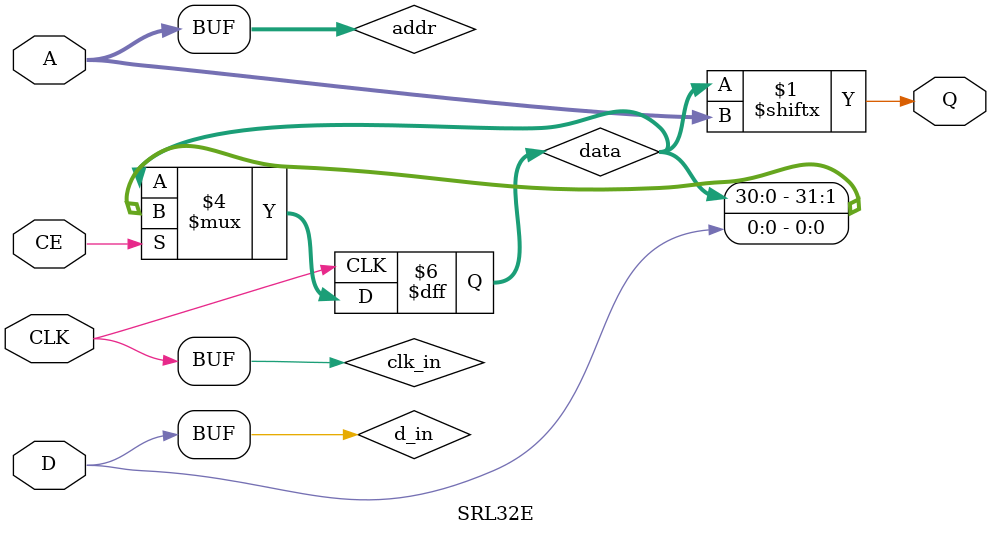
<source format=v>


module SRLC16E (Q, Q15, A0, A1, A2, A3, CE, CLK, D);

    parameter INIT = 16'h0000;
    parameter MAX_ADDR_VAL = 15;
    parameter CE_1 = 1'b0;

    output Q, Q15;

    input  A0, A1, A2, A3, CE, CLK, D;

    reg  [MAX_ADDR_VAL:0] data;
    wire [3:0]  addr;

    buf b_a3 (addr[3], A3);
    buf b_a2 (addr[2], A2);
    buf b_a1 (addr[1], A1);
    buf b_a0 (addr[0], A0);

    assign Q = data[addr];
    assign Q15 = data[MAX_ADDR_VAL];

    generate
      if (MAX_ADDR_VAL < 1) begin
        always @(posedge CLK) begin
            if (CE_1 == 1'b1) begin
              {data[MAX_ADDR_VAL:0]} <= D;
            end
            else begin
              if (CE == 1'b1) begin
                {data[MAX_ADDR_VAL:0]} <= D;
              end
            end
        end
      end
      else begin
        always @(posedge CLK) begin
            if (CE_1 == 1'b1) begin
                {data[MAX_ADDR_VAL:0]} <= {data[(MAX_ADDR_VAL-1):0], D};
            end
            else begin
              if (CE == 1'b1) begin
                {data[MAX_ADDR_VAL:0]} <= {data[(MAX_ADDR_VAL-1):0], D};
              end
            end
        end
      end
    endgenerate

    /* Can try this later once MapLib functionality is in - no need for
       generate block 

    always @(posedge CLK) begin
       if (CE == 1'b1) begin
         {data[MAX_ADDR_VAL:0]} <= {data[(MAX_ADDR_VAL-1):0], D};
        end 
    end
    */

endmodule

module SRL16E (Q, A0, A1, A2, A3, CE, CLK, D);

    parameter INIT = 16'h0000;
    parameter MAX_ADDR_VAL = 15;
    parameter CE_1 = 1'b0;

    output Q;

    input  A0, A1, A2, A3, CE, CLK, D;

    reg  [MAX_ADDR_VAL:0] data;
    wire [3:0]  addr;

    buf b_a3 (addr[3], A3);
    buf b_a2 (addr[2], A2);
    buf b_a1 (addr[1], A1);
    buf b_a0 (addr[0], A0);

    assign Q = data[addr];

    generate
      if (MAX_ADDR_VAL < 1) begin
        always @(posedge CLK) begin
            if (CE_1 == 1'b1) begin
              {data[MAX_ADDR_VAL:0]} <= D;
            end
            else begin
              if (CE == 1'b1) begin
                {data[MAX_ADDR_VAL:0]} <= D;
              end
            end
        end
      end
      else begin
        always @(posedge CLK) begin
            if (CE_1 == 1'b1) begin
                {data[MAX_ADDR_VAL:0]} <= {data[(MAX_ADDR_VAL-1):0], D};
            end
            else begin
              if (CE == 1'b1) begin
                {data[MAX_ADDR_VAL:0]} <= {data[(MAX_ADDR_VAL-1):0], D};
              end
            end
        end
      end
    endgenerate

endmodule

// This used to be our X_SRLC32E which had a bussed address input. The Rodin
// version of the 32-bit SRL also has a bussed address input and hence
// renaming this as SRLC32E

module SRLC32E (Q, Q31, A, CE, CLK, D);

  parameter INIT = 32'h00000000;
  parameter MAX_ADDR_VAL = 31;
  parameter CE_1 = 1'b0;
  output Q;
  output Q31;

  input  [4:0] A;
  input  CE, CLK, D;

  reg  [MAX_ADDR_VAL:0] data;

  wire [4:0]  addr;
  wire d_in, clk_in;

  buf b_clk (clk_in, CLK);
  buf b_d (d_in, D);
  buf b_a0 (addr[0], A[0]);
  buf b_a1 (addr[1], A[1]);
  buf b_a2 (addr[2], A[2]);
  buf b_a3 (addr[3], A[3]);
  buf b_a4 (addr[4], A[4]);

  assign Q = data[addr];
  assign Q31 = data[MAX_ADDR_VAL];

  generate
      if (MAX_ADDR_VAL < 1) begin
        always @(posedge clk_in) begin
            if (CE_1 == 1'b1) begin
              {data[MAX_ADDR_VAL:0]} <= d_in;
            end
            else begin
              if (CE == 1'b1) begin
                {data[MAX_ADDR_VAL:0]} <= d_in;
              end
            end
        end
      end
      else begin
        always @(posedge clk_in) begin
            if (CE_1 == 1'b1) begin
              {data[MAX_ADDR_VAL:0]} <= {data[(MAX_ADDR_VAL-1):0],d_in};
            end 
            else begin 
              if (CE == 1'b1) begin
                {data[MAX_ADDR_VAL:0]} <= {data[(MAX_ADDR_VAL-1):0],d_in};
              end
            end
        end
      end
  endgenerate

  /* Can try this later once MapLib functionality is in - no need
     for generate block
  always @(posedge clk_in) 
    if (CE == 1'b1) 
      data[MAX_ADDR_VAL:0] <=  {data[(MAX_ADDR_VAL-1):0], d_in};
  */

endmodule

module SRL32E (Q, A, CE, CLK, D);

  parameter INIT = 32'h00000000;
  parameter MAX_ADDR_VAL = 31;
  parameter CE_1 = 1'b0;
  output Q;

  input  [4:0] A;
  input  CE, CLK, D;

  reg  [MAX_ADDR_VAL:0] data;

  wire [4:0]  addr;
  wire d_in, clk_in;

  buf b_clk (clk_in, CLK);
  buf b_d (d_in, D);
  buf b_a0 (addr[0], A[0]);
  buf b_a1 (addr[1], A[1]);
  buf b_a2 (addr[2], A[2]);
  buf b_a3 (addr[3], A[3]);
  buf b_a4 (addr[4], A[4]);

  assign Q = data[addr];

  generate
      if (MAX_ADDR_VAL < 1) begin
        always @(posedge clk_in) begin
            if (CE_1 == 1'b1) begin
              {data[MAX_ADDR_VAL:0]} <= d_in;
            end
            else begin
              if (CE == 1'b1) begin
                {data[MAX_ADDR_VAL:0]} <= d_in;
              end
            end
        end
      end
      else begin
        always @(posedge clk_in) begin
            if (CE_1 == 1'b1) begin
              {data[MAX_ADDR_VAL:0]} <= {data[(MAX_ADDR_VAL-1):0],d_in};
            end 
            else begin 
              if (CE == 1'b1) begin
                {data[MAX_ADDR_VAL:0]} <= {data[(MAX_ADDR_VAL-1):0],d_in};
              end
            end
        end
      end
  endgenerate

  /* Can try this later once MapLib functionality is in - no need
     for generate block
  always @(posedge clk_in) 
    if (CE == 1'b1) 
      data[MAX_ADDR_VAL:0] <=  {data[(MAX_ADDR_VAL-1):0], d_in};
  */

endmodule
/* This was our SRLC32E as used in ISE - note that the address bus is
   bit-blasted.  Commenting it out for now.

module SRLC32E (Q, Q31, A4, A3, A2, A1, A0, CE, CLK, D);
  parameter INIT = 32'h00000000;
  parameter MAX_ADDR_VAL = 31;
  output Q;
  output Q31;
  input  A4, A3, A2, A1, A0;
  input  CE, CLK, D;
  wire  [4:0] ADDR;

  buf b_a0 (ADDR[0], A0);
  buf b_a1 (ADDR[1], A1);
  buf b_a2 (ADDR[2], A2);
  buf b_a3 (ADDR[3], A3);
  buf b_a4 (ADDR[4], A4);

  X_SRLC32E SRLC32E_O ( .Q(Q), .Q31(Q31), .A(ADDR), .CE(CE), .CLK(CLK), .D(D));
  defparam SRLC32E_O.INIT = INIT;
  defparam SRLC32E_O.MAX_ADDR_VAL = MAX_ADDR_VAL;
endmodule
*/
//-------------------------------------


</source>
